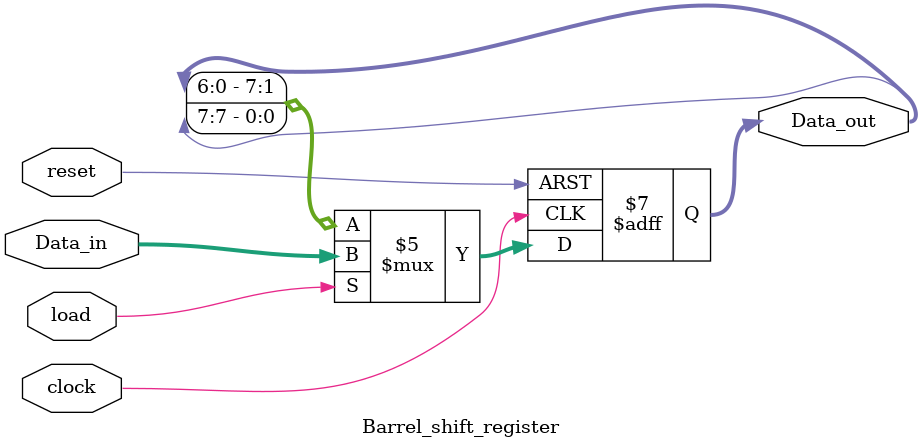
<source format=v>
module Barrel_shift_register (Data_out, Data_in, load, clock, reset);
  output 	[7: 0] 	Data_out;
  input     [7: 0] 	Data_in;
  input 			load, clock, reset;
  reg 		[7: 0] 	Data_out;

  always @  (posedge reset or posedge clock)
    begin
      if (reset == 1'b1) 		
	      Data_out <= 8'b0;  
      else if (load == 1'b1) 	
	      Data_out <= Data_in;
      else 			
	      Data_out <= {Data_out[6: 0], Data_out[7]};
    end 
endmodule

</source>
